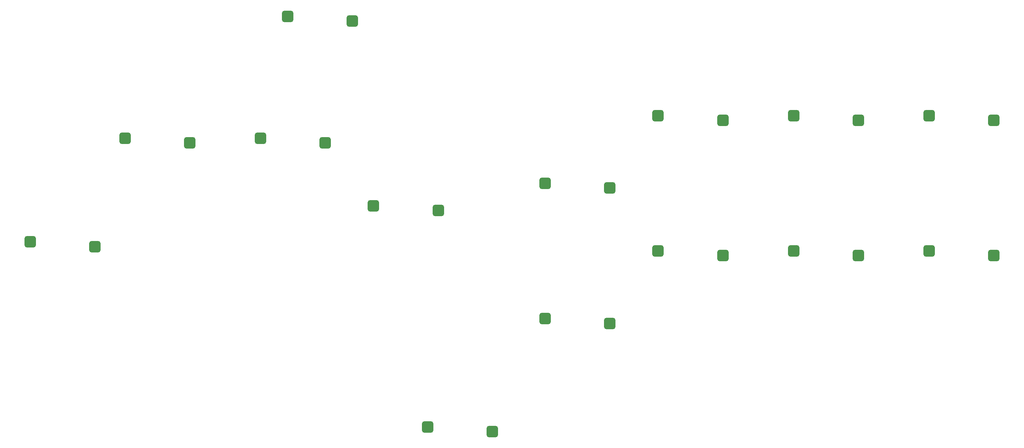
<source format=gbp>
G04 #@! TF.GenerationSoftware,KiCad,Pcbnew,8.0.4-8.0.4-0~ubuntu22.04.1*
G04 #@! TF.CreationDate,2024-07-29T20:53:54+08:00*
G04 #@! TF.ProjectId,halalsnackbox,68616c61-6c73-46e6-9163-6b626f782e6b,rev?*
G04 #@! TF.SameCoordinates,Original*
G04 #@! TF.FileFunction,Paste,Bot*
G04 #@! TF.FilePolarity,Positive*
%FSLAX46Y46*%
G04 Gerber Fmt 4.6, Leading zero omitted, Abs format (unit mm)*
G04 Created by KiCad (PCBNEW 8.0.4-8.0.4-0~ubuntu22.04.1) date 2024-07-29 20:53:54*
%MOMM*%
%LPD*%
G01*
G04 APERTURE LIST*
G04 Aperture macros list*
%AMRoundRect*
0 Rectangle with rounded corners*
0 $1 Rounding radius*
0 $2 $3 $4 $5 $6 $7 $8 $9 X,Y pos of 4 corners*
0 Add a 4 corners polygon primitive as box body*
4,1,4,$2,$3,$4,$5,$6,$7,$8,$9,$2,$3,0*
0 Add four circle primitives for the rounded corners*
1,1,$1+$1,$2,$3*
1,1,$1+$1,$4,$5*
1,1,$1+$1,$6,$7*
1,1,$1+$1,$8,$9*
0 Add four rect primitives between the rounded corners*
20,1,$1+$1,$2,$3,$4,$5,0*
20,1,$1+$1,$4,$5,$6,$7,0*
20,1,$1+$1,$6,$7,$8,$9,0*
20,1,$1+$1,$8,$9,$2,$3,0*%
G04 Aperture macros list end*
%ADD10RoundRect,0.500000X-0.750000X-0.775000X0.750000X-0.775000X0.750000X0.775000X-0.750000X0.775000X0*%
G04 APERTURE END LIST*
D10*
X7925000Y-72700000D03*
X22275000Y-73750000D03*
X146925000Y-44700000D03*
X161275000Y-45750000D03*
X83925000Y-64700000D03*
X98275000Y-65750000D03*
X121925000Y-89700000D03*
X136275000Y-90750000D03*
X28925000Y-49700000D03*
X43275000Y-50750000D03*
X64925000Y-22700000D03*
X79275000Y-23750000D03*
X176925000Y-74700000D03*
X191275000Y-75750000D03*
X121925000Y-59700000D03*
X136275000Y-60750000D03*
X58925000Y-49700000D03*
X73275000Y-50750000D03*
X95925000Y-113700000D03*
X110275000Y-114750000D03*
X206925000Y-74700000D03*
X221275000Y-75750000D03*
X146925000Y-74700000D03*
X161275000Y-75750000D03*
X176925000Y-44700000D03*
X191275000Y-45750000D03*
X206925000Y-44700000D03*
X221275000Y-45750000D03*
M02*

</source>
